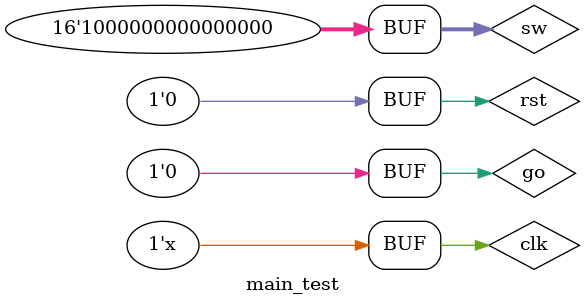
<source format=v>
`timescale 1ns / 1ps
`include "MIPS-1.vh"


module main_test();
    reg         clk, rst, go;
    wire[7:0]   an, seg, led;
    reg[15:0]   sw;
    wire            led16_b, led16_g, led16_r, led17_b, led17_g, led17_r;

    Main main(
        .clk(clk),
        .an(an),
        .seg(seg),
        .btnl(rst),
        .btnr(go),
        .btnc(1'b0),
        .btnu(1'b0),
        .btnd(1'b0),
        .sw(sw),
        .led(led),
        .led16_b(led16_b),
        .led16_g(led16_g),
        .led16_r(led16_r),
        .led17_b(led17_b),
        .led17_g(led17_g),
        .led17_r(led17_r)
    );

    initial
        begin
            rst = 0;
            clk = 1;
            go = 0;
            sw[15] = 0;
            sw[14:0] = 15'b0;
            #31000
            sw[15] = 1;
            //sw[15] <= #31000 1;
            //sw[15] <= #31100 0;
            //sw[14] <= #31100 1;
            //sw[14] <= #31200 0;
            //sw[13] <= #31200 1;
        end
        
    always
        #10 clk = ~clk;
    
endmodule

</source>
